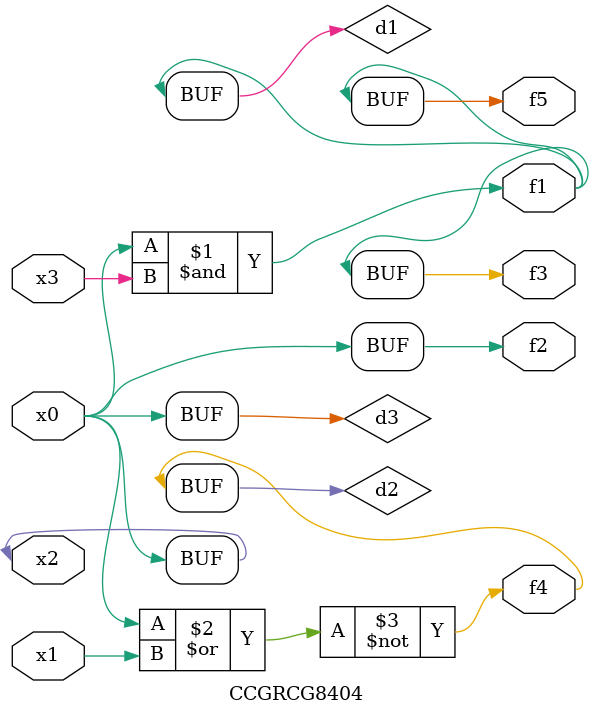
<source format=v>
module CCGRCG8404(
	input x0, x1, x2, x3,
	output f1, f2, f3, f4, f5
);

	wire d1, d2, d3;

	and (d1, x2, x3);
	nor (d2, x0, x1);
	buf (d3, x0, x2);
	assign f1 = d1;
	assign f2 = d3;
	assign f3 = d1;
	assign f4 = d2;
	assign f5 = d1;
endmodule

</source>
